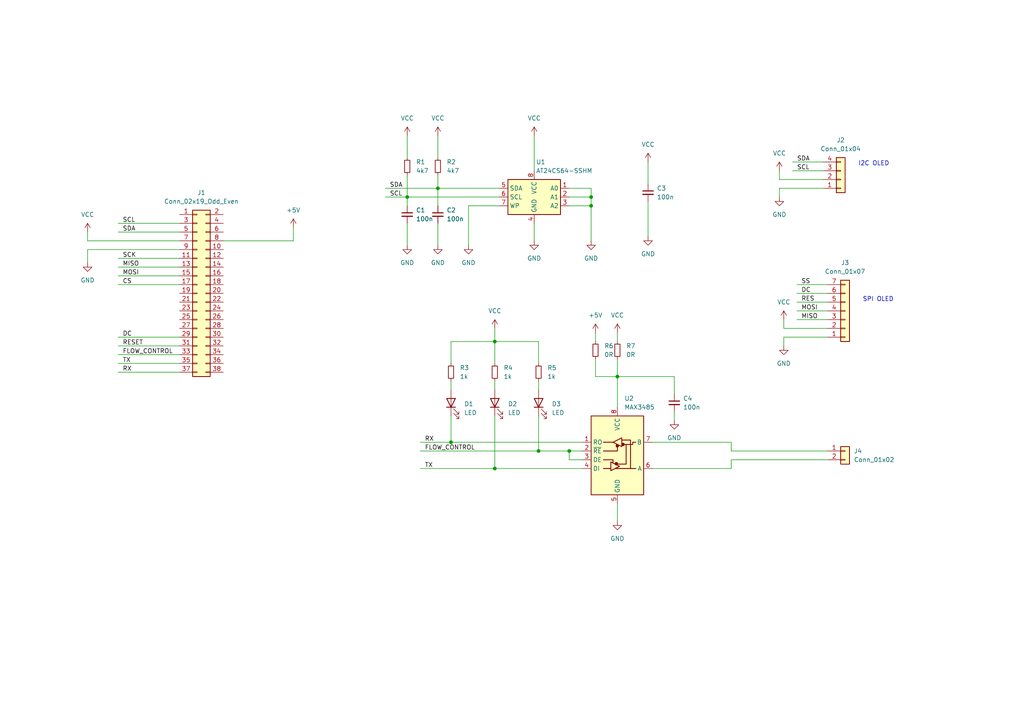
<source format=kicad_sch>
(kicad_sch (version 20211123) (generator eeschema)
  (paper "A4")
  (lib_symbols
    (symbol "Connector_Generic:Conn_01x02" (pin_names (offset 1.016) hide)
      (property "Reference" "J" (at 0 2.54 0))
      (property "Value" "Conn_01x02" (at 0 -5.08 0))
      (symbol "Conn_01x02_1_1"
        (rectangle (start -1.27 -2.413) (end 0 -2.667) (stroke (width 0.1524)))
        (rectangle (start -1.27 0.127) (end 0 -0.127) (stroke (width 0.1524)))
        (rectangle (start -1.27 1.27) (end 1.27 -3.81) (stroke (width 0.254)) (fill (type background)))
        (pin passive line (at -5.08 0 0) (length 3.81) (name "Pin_1") (number "1"))
        (pin passive line (at -5.08 -2.54 0) (length 3.81) (name "Pin_2") (number "2"))
      )
    )
    (symbol "Connector_Generic:Conn_01x04" (pin_names (offset 1.016) hide)
      (property "Reference" "J" (at 0 5.08 0))
      (property "Value" "Conn_01x04" (at 0 -7.62 0))
      (symbol "Conn_01x04_1_1"
        (rectangle (start -1.27 -4.953) (end 0 -5.207) (stroke (width 0.1524)))
        (rectangle (start -1.27 -2.413) (end 0 -2.667) (stroke (width 0.1524)))
        (rectangle (start -1.27 0.127) (end 0 -0.127) (stroke (width 0.1524)))
        (rectangle (start -1.27 2.667) (end 0 2.413) (stroke (width 0.1524)))
        (rectangle (start -1.27 3.81) (end 1.27 -6.35) (stroke (width 0.254)) (fill (type background)))
        (pin passive line (at -5.08 2.54 0) (length 3.81) (name "Pin_1") (number "1"))
        (pin passive line (at -5.08 0 0) (length 3.81) (name "Pin_2") (number "2"))
        (pin passive line (at -5.08 -2.54 0) (length 3.81) (name "Pin_3") (number "3"))
        (pin passive line (at -5.08 -5.08 0) (length 3.81) (name "Pin_4") (number "4"))
      )
    )
    (symbol "Connector_Generic:Conn_01x07" (pin_names (offset 1.016) hide)
      (property "Reference" "J" (at 0 10.16 0))
      (property "Value" "Conn_01x07" (at 0 -10.16 0))
      (symbol "Conn_01x07_1_1"
        (rectangle (start -1.27 -7.493) (end 0 -7.747) (stroke (width 0.1524)))
        (rectangle (start -1.27 -4.953) (end 0 -5.207) (stroke (width 0.1524)))
        (rectangle (start -1.27 -2.413) (end 0 -2.667) (stroke (width 0.1524)))
        (rectangle (start -1.27 0.127) (end 0 -0.127) (stroke (width 0.1524)))
        (rectangle (start -1.27 2.667) (end 0 2.413) (stroke (width 0.1524)))
        (rectangle (start -1.27 5.207) (end 0 4.953) (stroke (width 0.1524)))
        (rectangle (start -1.27 7.747) (end 0 7.493) (stroke (width 0.1524)))
        (rectangle (start -1.27 8.89) (end 1.27 -8.89) (stroke (width 0.254)) (fill (type background)))
        (pin passive line (at -5.08 7.62 0) (length 3.81) (name "Pin_1") (number "1"))
        (pin passive line (at -5.08 5.08 0) (length 3.81) (name "Pin_2") (number "2"))
        (pin passive line (at -5.08 2.54 0) (length 3.81) (name "Pin_3") (number "3"))
        (pin passive line (at -5.08 0 0) (length 3.81) (name "Pin_4") (number "4"))
        (pin passive line (at -5.08 -2.54 0) (length 3.81) (name "Pin_5") (number "5"))
        (pin passive line (at -5.08 -5.08 0) (length 3.81) (name "Pin_6") (number "6"))
        (pin passive line (at -5.08 -7.62 0) (length 3.81) (name "Pin_7") (number "7"))
      )
    )
    (symbol "Connector_Generic:Conn_02x19_Odd_Even" (pin_names (offset 1.016) hide)
      (property "Reference" "J" (at 1.27 25.4 0))
      (property "Value" "Conn_02x19_Odd_Even" (at 1.27 -25.4 0))
      (symbol "Conn_02x19_Odd_Even_1_1"
        (rectangle (start -1.27 -22.733) (end 0 -22.987) (stroke (width 0.1524)))
        (rectangle (start -1.27 -20.193) (end 0 -20.447) (stroke (width 0.1524)))
        (rectangle (start -1.27 -17.653) (end 0 -17.907) (stroke (width 0.1524)))
        (rectangle (start -1.27 -15.113) (end 0 -15.367) (stroke (width 0.1524)))
        (rectangle (start -1.27 -12.573) (end 0 -12.827) (stroke (width 0.1524)))
        (rectangle (start -1.27 -10.033) (end 0 -10.287) (stroke (width 0.1524)))
        (rectangle (start -1.27 -7.493) (end 0 -7.747) (stroke (width 0.1524)))
        (rectangle (start -1.27 -4.953) (end 0 -5.207) (stroke (width 0.1524)))
        (rectangle (start -1.27 -2.413) (end 0 -2.667) (stroke (width 0.1524)))
        (rectangle (start -1.27 0.127) (end 0 -0.127) (stroke (width 0.1524)))
        (rectangle (start -1.27 2.667) (end 0 2.413) (stroke (width 0.1524)))
        (rectangle (start -1.27 5.207) (end 0 4.953) (stroke (width 0.1524)))
        (rectangle (start -1.27 7.747) (end 0 7.493) (stroke (width 0.1524)))
        (rectangle (start -1.27 10.287) (end 0 10.033) (stroke (width 0.1524)))
        (rectangle (start -1.27 12.827) (end 0 12.573) (stroke (width 0.1524)))
        (rectangle (start -1.27 15.367) (end 0 15.113) (stroke (width 0.1524)))
        (rectangle (start -1.27 17.907) (end 0 17.653) (stroke (width 0.1524)))
        (rectangle (start -1.27 20.447) (end 0 20.193) (stroke (width 0.1524)))
        (rectangle (start -1.27 22.987) (end 0 22.733) (stroke (width 0.1524)))
        (rectangle (start -1.27 24.13) (end 3.81 -24.13) (stroke (width 0.254)) (fill (type background)))
        (rectangle (start 3.81 -22.733) (end 2.54 -22.987) (stroke (width 0.1524)))
        (rectangle (start 3.81 -20.193) (end 2.54 -20.447) (stroke (width 0.1524)))
        (rectangle (start 3.81 -17.653) (end 2.54 -17.907) (stroke (width 0.1524)))
        (rectangle (start 3.81 -15.113) (end 2.54 -15.367) (stroke (width 0.1524)))
        (rectangle (start 3.81 -12.573) (end 2.54 -12.827) (stroke (width 0.1524)))
        (rectangle (start 3.81 -10.033) (end 2.54 -10.287) (stroke (width 0.1524)))
        (rectangle (start 3.81 -7.493) (end 2.54 -7.747) (stroke (width 0.1524)))
        (rectangle (start 3.81 -4.953) (end 2.54 -5.207) (stroke (width 0.1524)))
        (rectangle (start 3.81 -2.413) (end 2.54 -2.667) (stroke (width 0.1524)))
        (rectangle (start 3.81 0.127) (end 2.54 -0.127) (stroke (width 0.1524)))
        (rectangle (start 3.81 2.667) (end 2.54 2.413) (stroke (width 0.1524)))
        (rectangle (start 3.81 5.207) (end 2.54 4.953) (stroke (width 0.1524)))
        (rectangle (start 3.81 7.747) (end 2.54 7.493) (stroke (width 0.1524)))
        (rectangle (start 3.81 10.287) (end 2.54 10.033) (stroke (width 0.1524)))
        (rectangle (start 3.81 12.827) (end 2.54 12.573) (stroke (width 0.1524)))
        (rectangle (start 3.81 15.367) (end 2.54 15.113) (stroke (width 0.1524)))
        (rectangle (start 3.81 17.907) (end 2.54 17.653) (stroke (width 0.1524)))
        (rectangle (start 3.81 20.447) (end 2.54 20.193) (stroke (width 0.1524)))
        (rectangle (start 3.81 22.987) (end 2.54 22.733) (stroke (width 0.1524)))
        (pin passive line (at -5.08 22.86 0) (length 3.81) (name "Pin_1") (number "1"))
        (pin passive line (at 7.62 12.7 180) (length 3.81) (name "Pin_10") (number "10"))
        (pin passive line (at -5.08 10.16 0) (length 3.81) (name "Pin_11") (number "11"))
        (pin passive line (at 7.62 10.16 180) (length 3.81) (name "Pin_12") (number "12"))
        (pin passive line (at -5.08 7.62 0) (length 3.81) (name "Pin_13") (number "13"))
        (pin passive line (at 7.62 7.62 180) (length 3.81) (name "Pin_14") (number "14"))
        (pin passive line (at -5.08 5.08 0) (length 3.81) (name "Pin_15") (number "15"))
        (pin passive line (at 7.62 5.08 180) (length 3.81) (name "Pin_16") (number "16"))
        (pin passive line (at -5.08 2.54 0) (length 3.81) (name "Pin_17") (number "17"))
        (pin passive line (at 7.62 2.54 180) (length 3.81) (name "Pin_18") (number "18"))
        (pin passive line (at -5.08 0 0) (length 3.81) (name "Pin_19") (number "19"))
        (pin passive line (at 7.62 22.86 180) (length 3.81) (name "Pin_2") (number "2"))
        (pin passive line (at 7.62 0 180) (length 3.81) (name "Pin_20") (number "20"))
        (pin passive line (at -5.08 -2.54 0) (length 3.81) (name "Pin_21") (number "21"))
        (pin passive line (at 7.62 -2.54 180) (length 3.81) (name "Pin_22") (number "22"))
        (pin passive line (at -5.08 -5.08 0) (length 3.81) (name "Pin_23") (number "23"))
        (pin passive line (at 7.62 -5.08 180) (length 3.81) (name "Pin_24") (number "24"))
        (pin passive line (at -5.08 -7.62 0) (length 3.81) (name "Pin_25") (number "25"))
        (pin passive line (at 7.62 -7.62 180) (length 3.81) (name "Pin_26") (number "26"))
        (pin passive line (at -5.08 -10.16 0) (length 3.81) (name "Pin_27") (number "27"))
        (pin passive line (at 7.62 -10.16 180) (length 3.81) (name "Pin_28") (number "28"))
        (pin passive line (at -5.08 -12.7 0) (length 3.81) (name "Pin_29") (number "29"))
        (pin passive line (at -5.08 20.32 0) (length 3.81) (name "Pin_3") (number "3"))
        (pin passive line (at 7.62 -12.7 180) (length 3.81) (name "Pin_30") (number "30"))
        (pin passive line (at -5.08 -15.24 0) (length 3.81) (name "Pin_31") (number "31"))
        (pin passive line (at 7.62 -15.24 180) (length 3.81) (name "Pin_32") (number "32"))
        (pin passive line (at -5.08 -17.78 0) (length 3.81) (name "Pin_33") (number "33"))
        (pin passive line (at 7.62 -17.78 180) (length 3.81) (name "Pin_34") (number "34"))
        (pin passive line (at -5.08 -20.32 0) (length 3.81) (name "Pin_35") (number "35"))
        (pin passive line (at 7.62 -20.32 180) (length 3.81) (name "Pin_36") (number "36"))
        (pin passive line (at -5.08 -22.86 0) (length 3.81) (name "Pin_37") (number "37"))
        (pin passive line (at 7.62 -22.86 180) (length 3.81) (name "Pin_38") (number "38"))
        (pin passive line (at 7.62 20.32 180) (length 3.81) (name "Pin_4") (number "4"))
        (pin passive line (at -5.08 17.78 0) (length 3.81) (name "Pin_5") (number "5"))
        (pin passive line (at 7.62 17.78 180) (length 3.81) (name "Pin_6") (number "6"))
        (pin passive line (at -5.08 15.24 0) (length 3.81) (name "Pin_7") (number "7"))
        (pin passive line (at 7.62 15.24 180) (length 3.81) (name "Pin_8") (number "8"))
        (pin passive line (at -5.08 12.7 0) (length 3.81) (name "Pin_9") (number "9"))
      )
    )
    (symbol "Device:C_Small" (pin_numbers hide) (pin_names (offset 0.254) hide)
      (property "Reference" "C" (at 0.254 1.778 0))
      (property "Value" "C_Small" (at 0.254 -2.032 0))
      (symbol "C_Small_0_1"
        (polyline (pts (xy -1.524 -0.508) (xy 1.524 -0.508)) (stroke (width 0.3302)))
        (polyline (pts (xy -1.524 0.508) (xy 1.524 0.508)) (stroke (width 0.3048)))
      )
      (symbol "C_Small_1_1"
        (pin passive line (at 0 2.54 270) (length 2.032) (name "~") (number "1"))
        (pin passive line (at 0 -2.54 90) (length 2.032) (name "~") (number "2"))
      )
    )
    (symbol "Device:LED" (pin_numbers hide) (pin_names (offset 1.016) hide)
      (property "Reference" "D" (at 0 2.54 0))
      (property "Value" "LED" (at 0 -2.54 0))
      (symbol "LED_0_1"
        (polyline (pts (xy -1.27 -1.27) (xy -1.27 1.27)) (stroke (width 0.254)))
        (polyline (pts (xy -1.27 0) (xy 1.27 0)))
        (polyline (pts (xy 1.27 -1.27) (xy 1.27 1.27) (xy -1.27 0) (xy 1.27 -1.27)) (stroke (width 0.254)))
        (polyline (pts (xy -3.048 -0.762) (xy -4.572 -2.286) (xy -3.81 -2.286) (xy -4.572 -2.286) (xy -4.572 -1.524)))
        (polyline (pts (xy -1.778 -0.762) (xy -3.302 -2.286) (xy -2.54 -2.286) (xy -3.302 -2.286) (xy -3.302 -1.524)))
      )
      (symbol "LED_1_1"
        (pin passive line (at -3.81 0 0) (length 2.54) (name "K") (number "1"))
        (pin passive line (at 3.81 0 180) (length 2.54) (name "A") (number "2"))
      )
    )
    (symbol "Device:R_Small" (pin_numbers hide) (pin_names (offset 0.254) hide)
      (property "Reference" "R" (at 0.762 0.508 0))
      (property "Value" "R_Small" (at 0.762 -1.016 0))
      (symbol "R_Small_0_1"
        (rectangle (start -0.762 1.778) (end 0.762 -1.778) (stroke (width 0.2032)))
      )
      (symbol "R_Small_1_1"
        (pin passive line (at 0 2.54 270) (length 0.762) (name "~") (number "1"))
        (pin passive line (at 0 -2.54 90) (length 0.762) (name "~") (number "2"))
      )
    )
    (symbol "Interface_UART:MAX3485"
      (property "Reference" "U" (at -6.096 11.43 0))
      (property "Value" "MAX3485" (at 0.762 11.43 0))
      (symbol "MAX3485_0_1"
        (rectangle (start -7.62 10.16) (end 7.62 -12.7) (stroke (width 0.254)) (fill (type background)))
        (circle (center -0.3048 -3.683) (radius 0.3556) (stroke (width 0.254)) (fill (type outline)))
        (circle (center -0.0254 1.4986) (radius 0.3556) (stroke (width 0.254)) (fill (type outline)))
        (polyline (pts (xy -4.064 -5.08) (xy -1.905 -5.08)) (stroke (width 0.254)))
        (polyline (pts (xy -4.064 2.54) (xy -1.27 2.54)) (stroke (width 0.254)))
        (polyline (pts (xy -1.27 -3.2004) (xy -1.27 -3.4544)) (stroke (width 0.254)))
        (polyline (pts (xy -0.635 -5.08) (xy 5.334 -5.08)) (stroke (width 0.254)))
        (polyline (pts (xy -4.064 -2.54) (xy -1.27 -2.54) (xy -1.27 -3.175)) (stroke (width 0.254)))
        (polyline (pts (xy 0 1.27) (xy 0 0) (xy -4.064 0)) (stroke (width 0.254)))
        (polyline (pts (xy 1.27 3.175) (xy 3.81 3.175) (xy 3.81 -5.08)) (stroke (width 0.254)))
        (polyline (pts (xy 2.54 1.905) (xy 2.54 -3.81) (xy 0 -3.81)) (stroke (width 0.254)))
        (polyline (pts (xy -1.905 -3.175) (xy -1.905 -5.715) (xy 0.635 -4.445) (xy -1.905 -3.175)) (stroke (width 0.254)))
        (polyline (pts (xy -1.27 2.54) (xy 1.27 3.81) (xy 1.27 1.27) (xy -1.27 2.54)) (stroke (width 0.254)))
        (polyline (pts (xy 1.905 1.905) (xy 4.445 1.905) (xy 4.445 2.54) (xy 5.334 2.54)) (stroke (width 0.254)))
        (rectangle (start 1.27 3.175) (end 1.27 3.175))
        (circle (center 1.651 1.905) (radius 0.3556) (stroke (width 0.254)) (fill (type outline)))
      )
      (symbol "MAX3485_1_1"
        (pin output line (at -10.16 2.54 0) (length 2.54) (name "RO") (number "1"))
        (pin input line (at -10.16 0 0) (length 2.54) (name "~{RE}") (number "2"))
        (pin input line (at -10.16 -2.54 0) (length 2.54) (name "DE") (number "3"))
        (pin input line (at -10.16 -5.08 0) (length 2.54) (name "DI") (number "4"))
        (pin power_in line (at 0 -15.24 90) (length 2.54) (name "GND") (number "5"))
        (pin bidirectional line (at 10.16 -5.08 180) (length 2.54) (name "A") (number "6"))
        (pin bidirectional line (at 10.16 2.54 180) (length 2.54) (name "B") (number "7"))
        (pin power_in line (at 0 12.7 270) (length 2.54) (name "VCC") (number "8"))
      )
    )
    (symbol "Memory_EEPROM:AT24CS64-SSHM"
      (property "Reference" "U" (at -7.62 6.35 0))
      (property "Value" "AT24CS64-SSHM" (at 2.54 -6.35 0))
      (symbol "AT24CS64-SSHM_1_1"
        (rectangle (start -7.62 5.08) (end 7.62 -5.08) (stroke (width 0.254)) (fill (type background)))
        (pin input line (at -10.16 2.54 0) (length 2.54) (name "A0") (number "1"))
        (pin input line (at -10.16 0 0) (length 2.54) (name "A1") (number "2"))
        (pin input line (at -10.16 -2.54 0) (length 2.54) (name "A2") (number "3"))
        (pin power_in line (at 0 -7.62 90) (length 2.54) (name "GND") (number "4"))
        (pin bidirectional line (at 10.16 2.54 180) (length 2.54) (name "SDA") (number "5"))
        (pin input line (at 10.16 0 180) (length 2.54) (name "SCL") (number "6"))
        (pin input line (at 10.16 -2.54 180) (length 2.54) (name "WP") (number "7"))
        (pin power_in line (at 0 7.62 270) (length 2.54) (name "VCC") (number "8"))
      )
    )
    (symbol "power:+5V" (power) (pin_names (offset 0))
      (property "Value" "+5V" (at 0 3.556 0))
      (symbol "+5V_0_1"
        (polyline (pts (xy -0.762 1.27) (xy 0 2.54)))
        (polyline (pts (xy 0 0) (xy 0 2.54)))
        (polyline (pts (xy 0 2.54) (xy 0.762 1.27)))
      )
      (symbol "+5V_1_1"
        (pin power_in line (at 0 0 90) (length 0) hide (name "+5V") (number "1"))
      )
    )
    (symbol "power:GND" (power) (pin_names (offset 0))
      (property "Value" "GND" (at 0 -3.81 0))
      (symbol "GND_0_1"
        (polyline (pts (xy 0 0) (xy 0 -1.27) (xy 1.27 -1.27) (xy 0 -2.54) (xy -1.27 -1.27) (xy 0 -1.27)))
      )
      (symbol "GND_1_1"
        (pin power_in line (at 0 0 270) (length 0) hide (name "GND") (number "1"))
      )
    )
    (symbol "power:VCC" (power) (pin_names (offset 0))
      (property "Value" "VCC" (at 0 3.81 0))
      (symbol "VCC_0_1"
        (polyline (pts (xy -0.762 1.27) (xy 0 2.54)))
        (polyline (pts (xy 0 0) (xy 0 2.54)))
        (polyline (pts (xy 0 2.54) (xy 0.762 1.27)))
      )
      (symbol "VCC_1_1"
        (pin power_in line (at 0 0 90) (length 0) hide (name "VCC") (number "1"))
      )
    )
  )
  (junction (at 171.45 59.69))
  (junction (at 130.81 128.27))
  (junction (at 118.11 57.15))
  (junction (at 127 54.61))
  (junction (at 143.51 99.06))
  (junction (at 165.1 130.81))
  (junction (at 143.51 135.89))
  (junction (at 156.21 130.81))
  (junction (at 179.07 109.22))
  (junction (at 171.45 57.15))
  (wire (pts (xy 165.1 133.35) (xy 165.1 130.81)))
  (wire (pts (xy 179.07 96.52) (xy 179.07 99.06)))
  (wire (pts (xy 156.21 120.65) (xy 156.21 130.81)))
  (wire (pts (xy 25.4 72.39) (xy 25.4 76.2)))
  (wire (pts (xy 85.09 69.85) (xy 64.77 69.85)))
  (wire (pts (xy 143.51 99.06) (xy 143.51 105.41)))
  (wire (pts (xy 34.29 77.47) (xy 52.07 77.47)))
  (wire (pts (xy 130.81 120.65) (xy 130.81 128.27)))
  (wire (pts (xy 130.81 99.06) (xy 143.51 99.06)))
  (wire (pts (xy 34.29 82.55) (xy 52.07 82.55)))
  (wire (pts (xy 34.29 105.41) (xy 52.07 105.41)))
  (wire (pts (xy 130.81 110.49) (xy 130.81 113.03)))
  (wire (pts (xy 34.29 67.31) (xy 52.07 67.31)))
  (wire (pts (xy 118.11 64.77) (xy 118.11 71.12)))
  (wire (pts (xy 179.07 146.05) (xy 179.07 151.13)))
  (wire (pts (xy 165.1 59.69) (xy 171.45 59.69)))
  (wire (pts (xy 118.11 57.15) (xy 144.78 57.15)))
  (wire (pts (xy 143.51 120.65) (xy 143.51 135.89)))
  (wire (pts (xy 165.1 57.15) (xy 171.45 57.15)))
  (wire (pts (xy 179.07 109.22) (xy 179.07 118.11)))
  (wire (pts (xy 179.07 104.14) (xy 179.07 109.22)))
  (wire (pts (xy 187.96 58.42) (xy 187.96 68.58)))
  (wire (pts (xy 52.07 72.39) (xy 25.4 72.39)))
  (wire (pts (xy 118.11 39.37) (xy 118.11 45.72)))
  (wire (pts (xy 156.21 110.49) (xy 156.21 113.03)))
  (wire (pts (xy 127 54.61) (xy 144.78 54.61)))
  (wire (pts (xy 156.21 105.41) (xy 156.21 99.06)))
  (wire (pts (xy 127 50.8) (xy 127 54.61)))
  (wire (pts (xy 127 54.61) (xy 127 59.69)))
  (wire (pts (xy 34.29 64.77) (xy 52.07 64.77)))
  (wire (pts (xy 240.03 95.25) (xy 227.33 95.25)))
  (wire (pts (xy 171.45 54.61) (xy 165.1 54.61)))
  (wire (pts (xy 231.14 82.55) (xy 240.03 82.55)))
  (wire (pts (xy 154.94 64.77) (xy 154.94 69.85)))
  (wire (pts (xy 168.91 133.35) (xy 165.1 133.35)))
  (wire (pts (xy 130.81 105.41) (xy 130.81 99.06)))
  (wire (pts (xy 121.92 130.81) (xy 156.21 130.81)))
  (wire (pts (xy 212.09 133.35) (xy 212.09 135.89)))
  (wire (pts (xy 171.45 59.69) (xy 171.45 57.15)))
  (wire (pts (xy 52.07 69.85) (xy 25.4 69.85)))
  (wire (pts (xy 226.06 54.61) (xy 226.06 57.15)))
  (wire (pts (xy 212.09 130.81) (xy 240.03 130.81)))
  (wire (pts (xy 34.29 80.01) (xy 52.07 80.01)))
  (wire (pts (xy 111.76 57.15) (xy 118.11 57.15)))
  (wire (pts (xy 172.72 104.14) (xy 172.72 109.22)))
  (wire (pts (xy 154.94 39.37) (xy 154.94 49.53)))
  (wire (pts (xy 187.96 46.99) (xy 187.96 53.34)))
  (wire (pts (xy 229.87 46.99) (xy 238.76 46.99)))
  (wire (pts (xy 34.29 74.93) (xy 52.07 74.93)))
  (wire (pts (xy 121.92 128.27) (xy 130.81 128.27)))
  (wire (pts (xy 229.87 49.53) (xy 238.76 49.53)))
  (wire (pts (xy 172.72 109.22) (xy 179.07 109.22)))
  (wire (pts (xy 25.4 69.85) (xy 25.4 67.31)))
  (wire (pts (xy 165.1 130.81) (xy 168.91 130.81)))
  (wire (pts (xy 171.45 57.15) (xy 171.45 54.61)))
  (wire (pts (xy 212.09 128.27) (xy 212.09 130.81)))
  (wire (pts (xy 143.51 95.25) (xy 143.51 99.06)))
  (wire (pts (xy 172.72 96.52) (xy 172.72 99.06)))
  (wire (pts (xy 227.33 97.79) (xy 227.33 100.33)))
  (wire (pts (xy 189.23 135.89) (xy 212.09 135.89)))
  (wire (pts (xy 189.23 128.27) (xy 212.09 128.27)))
  (wire (pts (xy 195.58 109.22) (xy 179.07 109.22)))
  (wire (pts (xy 231.14 92.71) (xy 240.03 92.71)))
  (wire (pts (xy 238.76 54.61) (xy 226.06 54.61)))
  (wire (pts (xy 135.89 59.69) (xy 135.89 71.12)))
  (wire (pts (xy 231.14 85.09) (xy 240.03 85.09)))
  (wire (pts (xy 156.21 99.06) (xy 143.51 99.06)))
  (wire (pts (xy 238.76 52.07) (xy 226.06 52.07)))
  (wire (pts (xy 111.76 54.61) (xy 127 54.61)))
  (wire (pts (xy 195.58 114.3) (xy 195.58 109.22)))
  (wire (pts (xy 171.45 69.85) (xy 171.45 59.69)))
  (wire (pts (xy 144.78 59.69) (xy 135.89 59.69)))
  (wire (pts (xy 121.92 135.89) (xy 143.51 135.89)))
  (wire (pts (xy 231.14 90.17) (xy 240.03 90.17)))
  (wire (pts (xy 143.51 110.49) (xy 143.51 113.03)))
  (wire (pts (xy 240.03 97.79) (xy 227.33 97.79)))
  (wire (pts (xy 118.11 57.15) (xy 118.11 59.69)))
  (wire (pts (xy 130.81 128.27) (xy 168.91 128.27)))
  (wire (pts (xy 127 39.37) (xy 127 45.72)))
  (wire (pts (xy 227.33 95.25) (xy 227.33 92.71)))
  (wire (pts (xy 127 64.77) (xy 127 71.12)))
  (wire (pts (xy 195.58 119.38) (xy 195.58 121.92)))
  (wire (pts (xy 143.51 135.89) (xy 168.91 135.89)))
  (wire (pts (xy 34.29 102.87) (xy 52.07 102.87)))
  (wire (pts (xy 34.29 107.95) (xy 52.07 107.95)))
  (wire (pts (xy 118.11 50.8) (xy 118.11 57.15)))
  (wire (pts (xy 34.29 100.33) (xy 52.07 100.33)))
  (wire (pts (xy 226.06 52.07) (xy 226.06 49.53)))
  (wire (pts (xy 34.29 97.79) (xy 52.07 97.79)))
  (wire (pts (xy 156.21 130.81) (xy 165.1 130.81)))
  (wire (pts (xy 240.03 133.35) (xy 212.09 133.35)))
  (wire (pts (xy 231.14 87.63) (xy 240.03 87.63)))
  (wire (pts (xy 85.09 66.04) (xy 85.09 69.85)))
  (text "SPI OLED" (at 250.19 87.63 0) (effects (font (size 1.27 1.27)) (justify left bottom)))
  (text "I2C OLED" (at 248.92 48.26 0) (effects (font (size 1.27 1.27)) (justify left bottom)))
  (label "DC" (at 35.56 97.79 0))
  (label "SDA" (at 113.03 54.61 0))
  (label "SDA" (at 35.56 67.31 0))
  (label "MOSI" (at 232.41 90.17 0))
  (label "RESET" (at 35.56 100.33 0))
  (label "SCL" (at 35.56 64.77 0))
  (label "SS" (at 232.41 82.55 0))
  (label "FLOW_CONTROL" (at 123.19 130.81 0))
  (label "SCL" (at 113.03 57.15 0))
  (label "SDA" (at 231.14 46.99 0))
  (label "SCK" (at 35.56 74.93 0))
  (label "MISO" (at 232.41 92.71 0))
  (label "MISO" (at 35.56 77.47 0))
  (label "SCL" (at 231.14 49.53 0))
  (label "RX" (at 123.19 128.27 0))
  (label "RES" (at 232.41 87.63 0))
  (label "TX" (at 35.56 105.41 0))
  (label "CS" (at 35.56 82.55 0))
  (label "RX" (at 35.56 107.95 0))
  (label "DC" (at 232.41 85.09 0))
  (label "TX" (at 123.19 135.89 0))
  (label "FLOW_CONTROL" (at 35.56 102.87 0))
  (label "MOSI" (at 35.56 80.01 0))
  (symbol (lib_id "Device:LED") (at 156.21 116.84 90) (unit 1)
    (property "Reference" "D3" (at 160.02 117.1574 90) (effects (justify right)))
    (property "Value" "LED" (at 160.02 119.6974 90) (effects (justify right)))
  )
  (symbol (lib_id "power:VCC") (at 179.07 96.52 0) (unit 1)
    (property "Reference" "#PWR014" (effects hide))
    (property "Value" "VCC" (at 179.07 91.44 0))
  )
  (symbol (lib_id "Device:R_Small") (at 118.11 48.26 0) (unit 1)
    (property "Reference" "R1" (at 120.65 46.9899 0) (effects (justify left)))
    (property "Value" "4k7" (at 120.65 49.5299 0) (effects (justify left)))
  )
  (symbol (lib_id "power:GND") (at 187.96 68.58 0) (unit 1)
    (property "Reference" "#PWR017" (effects hide))
    (property "Value" "GND" (at 187.96 73.66 0))
  )
  (symbol (lib_id "power:+5V") (at 85.09 66.04 0) (unit 1)
    (property "Reference" "#PWR03" (effects hide))
    (property "Value" "+5V" (at 85.09 60.96 0))
  )
  (symbol (lib_id "Connector_Generic:Conn_01x07") (at 245.11 90.17 0) (mirror x) (unit 1)
    (property "Reference" "J3" (at 245.11 76.2 0))
    (property "Value" "Conn_01x07" (at 245.11 78.74 0))
  )
  (symbol (lib_id "power:VCC") (at 118.11 39.37 0) (unit 1)
    (property "Reference" "#PWR04" (effects hide))
    (property "Value" "VCC" (at 118.11 34.29 0))
  )
  (symbol (lib_id "Device:R_Small") (at 179.07 101.6 0) (unit 1)
    (property "Reference" "R7" (at 181.61 100.3299 0) (effects (justify left)))
    (property "Value" "0R" (at 181.61 102.8699 0) (effects (justify left)))
  )
  (symbol (lib_id "Device:C_Small") (at 187.96 55.88 0) (unit 1)
    (property "Reference" "C3" (at 190.5 54.6162 0) (effects (justify left)))
    (property "Value" "100n" (at 190.5 57.1562 0) (effects (justify left)))
  )
  (symbol (lib_id "Connector_Generic:Conn_02x19_Odd_Even") (at 57.15 85.09 0) (unit 1)
    (property "Reference" "J1" (at 58.42 55.88 0))
    (property "Value" "Conn_02x19_Odd_Even" (at 58.42 58.42 0))
  )
  (symbol (lib_id "power:GND") (at 195.58 121.92 0) (unit 1)
    (property "Reference" "#PWR018" (effects hide))
    (property "Value" "GND" (at 195.58 127 0))
  )
  (symbol (lib_id "Connector_Generic:Conn_01x04") (at 243.84 52.07 0) (mirror x) (unit 1)
    (property "Reference" "J2" (at 243.84 40.64 0))
    (property "Value" "Conn_01x04" (at 243.84 43.18 0))
  )
  (symbol (lib_id "Device:R_Small") (at 172.72 101.6 0) (unit 1)
    (property "Reference" "R6" (at 175.26 100.3299 0) (effects (justify left)))
    (property "Value" "0R" (at 175.26 102.8699 0) (effects (justify left)))
  )
  (symbol (lib_id "Device:C_Small") (at 118.11 62.23 0) (unit 1)
    (property "Reference" "C1" (at 120.65 60.9662 0) (effects (justify left)))
    (property "Value" "100n" (at 120.65 63.5062 0) (effects (justify left)))
  )
  (symbol (lib_id "power:GND") (at 135.89 71.12 0) (unit 1)
    (property "Reference" "#PWR08" (effects hide))
    (property "Value" "GND" (at 135.89 76.2 0))
  )
  (symbol (lib_id "Device:R_Small") (at 156.21 107.95 0) (unit 1)
    (property "Reference" "R5" (at 158.75 106.6799 0) (effects (justify left)))
    (property "Value" "1k" (at 158.75 109.2199 0) (effects (justify left)))
  )
  (symbol (lib_id "power:GND") (at 179.07 151.13 0) (unit 1)
    (property "Reference" "#PWR015" (effects hide))
    (property "Value" "GND" (at 179.07 156.21 0))
  )
  (symbol (lib_id "Device:C_Small") (at 127 62.23 0) (unit 1)
    (property "Reference" "C2" (at 129.54 60.9662 0) (effects (justify left)))
    (property "Value" "100n" (at 129.54 63.5062 0) (effects (justify left)))
  )
  (symbol (lib_id "power:GND") (at 171.45 69.85 0) (unit 1)
    (property "Reference" "#PWR012" (effects hide))
    (property "Value" "GND" (at 171.45 74.93 0))
  )
  (symbol (lib_id "Device:LED") (at 143.51 116.84 90) (unit 1)
    (property "Reference" "D2" (at 147.32 117.1574 90) (effects (justify right)))
    (property "Value" "LED" (at 147.32 119.6974 90) (effects (justify right)))
  )
  (symbol (lib_id "power:+5V") (at 172.72 96.52 0) (unit 1)
    (property "Reference" "#PWR013" (effects hide))
    (property "Value" "+5V" (at 172.72 91.44 0))
  )
  (symbol (lib_id "power:VCC") (at 226.06 49.53 0) (unit 1)
    (property "Reference" "#PWR019" (effects hide))
    (property "Value" "VCC" (at 226.06 44.45 0))
  )
  (symbol (lib_id "Device:C_Small") (at 195.58 116.84 0) (unit 1)
    (property "Reference" "C4" (at 198.12 115.5762 0) (effects (justify left)))
    (property "Value" "100n" (at 198.12 118.1162 0) (effects (justify left)))
  )
  (symbol (lib_id "power:GND") (at 227.33 100.33 0) (unit 1)
    (property "Reference" "#PWR022" (effects hide))
    (property "Value" "GND" (at 227.33 105.41 0))
  )
  (symbol (lib_id "power:VCC") (at 127 39.37 0) (unit 1)
    (property "Reference" "#PWR06" (effects hide))
    (property "Value" "VCC" (at 127 34.29 0))
  )
  (symbol (lib_id "power:GND") (at 226.06 57.15 0) (unit 1)
    (property "Reference" "#PWR020" (effects hide))
    (property "Value" "GND" (at 226.06 62.23 0))
  )
  (symbol (lib_id "power:VCC") (at 25.4 67.31 0) (unit 1)
    (property "Reference" "#PWR01" (effects hide))
    (property "Value" "VCC" (at 25.4 62.23 0))
  )
  (symbol (lib_id "power:VCC") (at 227.33 92.71 0) (unit 1)
    (property "Reference" "#PWR021" (effects hide))
    (property "Value" "VCC" (at 227.33 87.63 0))
  )
  (symbol (lib_id "power:GND") (at 25.4 76.2 0) (unit 1)
    (property "Reference" "#PWR02" (effects hide))
    (property "Value" "GND" (at 25.4 81.28 0))
  )
  (symbol (lib_id "Connector_Generic:Conn_01x02") (at 245.11 130.81 0) (unit 1)
    (property "Reference" "J4" (at 247.65 130.8099 0) (effects (justify left)))
    (property "Value" "Conn_01x02" (at 247.65 133.3499 0) (effects (justify left)))
  )
  (symbol (lib_id "Device:R_Small") (at 130.81 107.95 0) (unit 1)
    (property "Reference" "R3" (at 133.35 106.6799 0) (effects (justify left)))
    (property "Value" "1k" (at 133.35 109.2199 0) (effects (justify left)))
  )
  (symbol (lib_id "power:VCC") (at 187.96 46.99 0) (unit 1)
    (property "Reference" "#PWR016" (effects hide))
    (property "Value" "VCC" (at 187.96 41.91 0))
  )
  (symbol (lib_id "power:GND") (at 118.11 71.12 0) (unit 1)
    (property "Reference" "#PWR05" (effects hide))
    (property "Value" "GND" (at 118.11 76.2 0))
  )
  (symbol (lib_id "Device:R_Small") (at 143.51 107.95 0) (unit 1)
    (property "Reference" "R4" (at 146.05 106.6799 0) (effects (justify left)))
    (property "Value" "1k" (at 146.05 109.2199 0) (effects (justify left)))
  )
  (symbol (lib_id "power:GND") (at 127 71.12 0) (unit 1)
    (property "Reference" "#PWR07" (effects hide))
    (property "Value" "GND" (at 127 76.2 0))
  )
  (symbol (lib_id "power:GND") (at 154.94 69.85 0) (unit 1)
    (property "Reference" "#PWR011" (effects hide))
    (property "Value" "GND" (at 154.94 74.93 0))
  )
  (symbol (lib_id "Interface_UART:MAX3485") (at 179.07 130.81 0) (unit 1)
    (property "Reference" "U2" (at 181.0894 115.57 0) (effects (justify left)))
    (property "Value" "MAX3485" (at 181.0894 118.11 0) (effects (justify left)))
    (property "Datasheet" "https://datasheets.maximintegrated.com/en/ds/MAX3483-MAX3491.pdf" (effects hide))
  )
  (symbol (lib_id "Device:LED") (at 130.81 116.84 90) (unit 1)
    (property "Reference" "D1" (at 134.62 117.1574 90) (effects (justify right)))
    (property "Value" "LED" (at 134.62 119.6974 90) (effects (justify right)))
  )
  (symbol (lib_id "Device:R_Small") (at 127 48.26 0) (unit 1)
    (property "Reference" "R2" (at 129.54 46.9899 0) (effects (justify left)))
    (property "Value" "4k7" (at 129.54 49.5299 0) (effects (justify left)))
  )
  (symbol (lib_id "Memory_EEPROM:AT24CS64-SSHM") (at 154.94 57.15 0) (mirror y) (unit 1)
    (property "Reference" "U1" (at 155.4606 46.99 0) (effects (justify right)))
    (property "Value" "AT24CS64-SSHM" (at 155.4606 49.53 0) (effects (justify right)))
    (property "Footprint" "Package_SO:SOIC-8_3.9x4.9mm_P1.27mm" (effects hide))
    (property "Datasheet" "http://ww1.microchip.com/downloads/en/DeviceDoc/Atmel-8870-SEEPROM-AT24CS64-Datasheet.pdf" (effects hide))
  )
  (symbol (lib_id "power:VCC") (at 154.94 39.37 0) (unit 1)
    (property "Reference" "#PWR010" (effects hide))
    (property "Value" "VCC" (at 154.94 34.29 0))
  )
  (symbol (lib_id "power:VCC") (at 143.51 95.25 0) (unit 1)
    (property "Reference" "#PWR09" (effects hide))
    (property "Value" "VCC" (at 143.51 90.17 0))
  )
)
</source>
